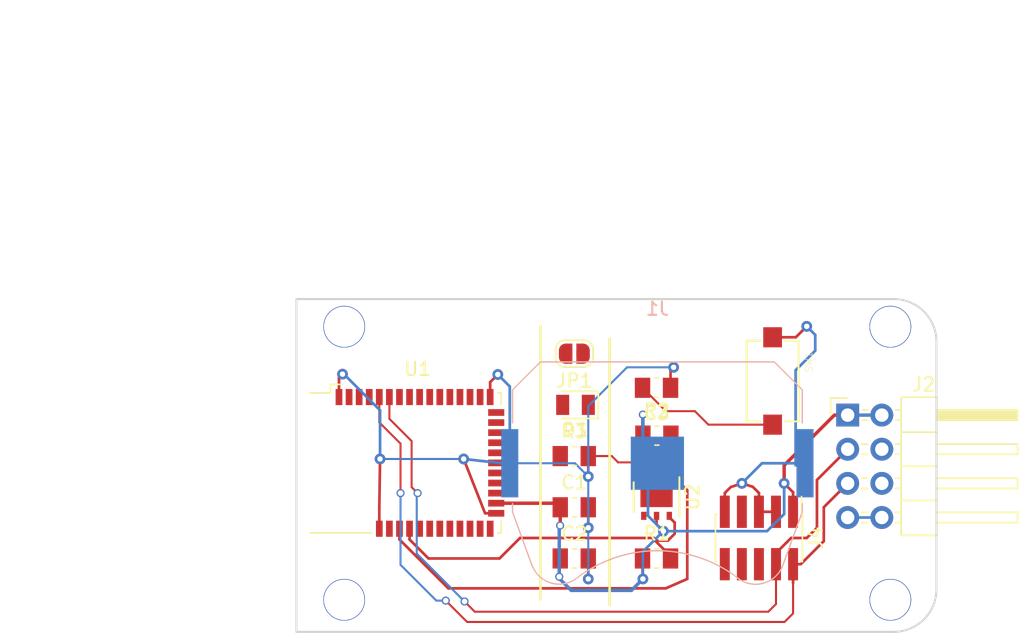
<source format=kicad_pcb>
(kicad_pcb (version 20171130) (host pcbnew "(5.0.0-rc2-dev-96-g5bbb4489b)")

  (general
    (thickness 1.6)
    (drawings 10)
    (tracks 169)
    (zones 0)
    (modules 14)
    (nets 44)
  )

  (page A4)
  (layers
    (0 F.Cu signal)
    (31 B.Cu signal)
    (32 B.Adhes user)
    (33 F.Adhes user)
    (34 B.Paste user)
    (35 F.Paste user)
    (36 B.SilkS user)
    (37 F.SilkS user)
    (38 B.Mask user)
    (39 F.Mask user)
    (40 Dwgs.User user)
    (41 Cmts.User user)
    (42 Eco1.User user)
    (43 Eco2.User user)
    (44 Edge.Cuts user)
    (45 Margin user)
    (46 B.CrtYd user)
    (47 F.CrtYd user)
    (48 B.Fab user)
    (49 F.Fab user)
  )

  (setup
    (last_trace_width 0.1524)
    (trace_clearance 0.2)
    (zone_clearance 0.508)
    (zone_45_only yes)
    (trace_min 0.15)
    (segment_width 0.2)
    (edge_width 0.2)
    (via_size 0.6)
    (via_drill 0.4)
    (via_min_size 0.15)
    (via_min_drill 0.3)
    (uvia_size 0.3)
    (uvia_drill 0.1)
    (uvias_allowed no)
    (uvia_min_size 0.2)
    (uvia_min_drill 0.1)
    (pcb_text_width 0.3)
    (pcb_text_size 1.5 1.5)
    (mod_edge_width 0.15)
    (mod_text_size 1 1)
    (mod_text_width 0.15)
    (pad_size 1.5 2.4)
    (pad_drill 0)
    (pad_to_mask_clearance 0.2)
    (aux_axis_origin 129.794734 107.797098)
    (visible_elements 7EF9BE1F)
    (pcbplotparams
      (layerselection 0x010fc_ffffffff)
      (usegerberextensions false)
      (usegerberattributes false)
      (usegerberadvancedattributes false)
      (creategerberjobfile false)
      (excludeedgelayer true)
      (linewidth 0.100000)
      (plotframeref false)
      (viasonmask false)
      (mode 1)
      (useauxorigin false)
      (hpglpennumber 1)
      (hpglpenspeed 20)
      (hpglpendiameter 15)
      (psnegative false)
      (psa4output false)
      (plotreference true)
      (plotvalue true)
      (plotinvisibletext false)
      (padsonsilk false)
      (subtractmaskfromsilk false)
      (outputformat 1)
      (mirror false)
      (drillshape 1)
      (scaleselection 1)
      (outputdirectory ""))
  )

  (net 0 "")
  (net 1 VCC)
  (net 2 SCL)
  (net 3 SDA)
  (net 4 GND)
  (net 5 BUTTON_0)
  (net 6 "Net-(D1-Pad1)")
  (net 7 "Net-(D1-Pad2)")
  (net 8 SIO_25-SPI_CLK)
  (net 9 RESET)
  (net 10 SWDCLK)
  (net 11 SWDIO-TMS)
  (net 12 SIO_05)
  (net 13 SIO_12-SFLASH_CS)
  (net 14 SIO_11)
  (net 15 NFC2-SIO_10)
  (net 16 NFC2-SIO_09)
  (net 17 LED_0)
  (net 18 SIO_28-AIN4)
  (net 19 SIO_29-AIN5)
  (net 20 SIO_30-AIN6)
  (net 21 SIO_31-AIN7)
  (net 22 SIO_19)
  (net 23 SIO_17)
  (net 24 SIO_15)
  (net 25 SIO_13-NAutoRUN)
  (net 26 SIO_00)
  (net 27 SIO_04)
  (net 28 SIO_24-SPI_MISO)
  (net 29 SIO_23-SPI_MOSI)
  (net 30 SIO_22)
  (net 31 SIO_20-SFLASH_MOSI)
  (net 32 SIO_18)
  (net 33 SIO_16-SFLASH_CLK)
  (net 34 SIO_07)
  (net 35 "Net-(U2-Pad3)")
  (net 36 "Net-(U2-Pad4)")
  (net 37 SIO_14-SFLASH_MOSI)
  (net 38 "Net-(J4-Pad7)")
  (net 39 "Net-(J4-Pad8)")
  (net 40 SIO_01)
  (net 41 SERIAL_RX)
  (net 42 SERIAL_TX)
  (net 43 "Net-(U2-Pad7)")

  (net_class Default "This is the default net class."
    (clearance 0.2)
    (trace_width 0.1524)
    (via_dia 0.6)
    (via_drill 0.4)
    (uvia_dia 0.3)
    (uvia_drill 0.1)
    (add_net BUTTON_0)
    (add_net GND)
    (add_net LED_0)
    (add_net NFC2-SIO_09)
    (add_net NFC2-SIO_10)
    (add_net "Net-(D1-Pad1)")
    (add_net "Net-(D1-Pad2)")
    (add_net "Net-(J4-Pad7)")
    (add_net "Net-(J4-Pad8)")
    (add_net "Net-(U2-Pad3)")
    (add_net "Net-(U2-Pad4)")
    (add_net "Net-(U2-Pad7)")
    (add_net RESET)
    (add_net SCL)
    (add_net SDA)
    (add_net SERIAL_RX)
    (add_net SERIAL_TX)
    (add_net SIO_00)
    (add_net SIO_01)
    (add_net SIO_04)
    (add_net SIO_05)
    (add_net SIO_07)
    (add_net SIO_11)
    (add_net SIO_12-SFLASH_CS)
    (add_net SIO_13-NAutoRUN)
    (add_net SIO_14-SFLASH_MOSI)
    (add_net SIO_15)
    (add_net SIO_16-SFLASH_CLK)
    (add_net SIO_17)
    (add_net SIO_18)
    (add_net SIO_19)
    (add_net SIO_20-SFLASH_MOSI)
    (add_net SIO_22)
    (add_net SIO_23-SPI_MOSI)
    (add_net SIO_24-SPI_MISO)
    (add_net SIO_25-SPI_CLK)
    (add_net SIO_28-AIN4)
    (add_net SIO_29-AIN5)
    (add_net SIO_30-AIN6)
    (add_net SIO_31-AIN7)
    (add_net SWDCLK)
    (add_net SWDIO-TMS)
  )

  (net_class Power ""
    (clearance 0.25)
    (trace_width 0.254)
    (via_dia 0.6)
    (via_drill 0.4)
    (uvia_dia 0.3)
    (uvia_drill 0.1)
    (add_net VCC)
  )

  (module Jumper:SolderJumper-2_P1.3mm_Open_RoundedPad1.0x1.5mm (layer F.Cu) (tedit 5ADA1979) (tstamp 5B542878)
    (at 150.476734 87.096098)
    (descr "SMD Solder Jumper, 1x1.5mm, rounded Pads, 0.3mm gap, open")
    (tags "solder jumper open")
    (path /5ADAE2FE/5ADE26E0)
    (attr virtual)
    (fp_text reference JP1 (at 0 2.006883) (layer F.SilkS)
      (effects (font (size 1 1) (thickness 0.15)))
    )
    (fp_text value SolderJumper_2_Open (at 0 1.9) (layer F.Fab)
      (effects (font (size 1 1) (thickness 0.15)))
    )
    (fp_line (start 1.65 1.25) (end -1.65 1.25) (layer F.CrtYd) (width 0.05))
    (fp_line (start 1.65 1.25) (end 1.65 -1.25) (layer F.CrtYd) (width 0.05))
    (fp_line (start -1.65 -1.25) (end -1.65 1.25) (layer F.CrtYd) (width 0.05))
    (fp_line (start -1.65 -1.25) (end 1.65 -1.25) (layer F.CrtYd) (width 0.05))
    (fp_line (start -0.7 -1) (end 0.7 -1) (layer F.SilkS) (width 0.12))
    (fp_line (start 1.4 -0.3) (end 1.4 0.3) (layer F.SilkS) (width 0.12))
    (fp_line (start 0.7 1) (end -0.7 1) (layer F.SilkS) (width 0.12))
    (fp_line (start -1.4 0.3) (end -1.4 -0.3) (layer F.SilkS) (width 0.12))
    (fp_arc (start -0.7 -0.3) (end -0.7 -1) (angle -90) (layer F.SilkS) (width 0.12))
    (fp_arc (start -0.7 0.3) (end -1.4 0.3) (angle -90) (layer F.SilkS) (width 0.12))
    (fp_arc (start 0.7 0.3) (end 0.7 1) (angle -90) (layer F.SilkS) (width 0.12))
    (fp_arc (start 0.7 -0.3) (end 1.4 -0.3) (angle -90) (layer F.SilkS) (width 0.12))
    (pad "" smd rect (at 0.4 0) (size 0.5 1.5) (layers F.Cu F.Mask))
    (pad "" smd rect (at -0.4 0) (size 0.5 1.5) (layers F.Cu F.Mask))
    (pad 1 smd roundrect (at -0.65 0) (size 1 1.5) (layers F.Cu F.Mask)(roundrect_rratio 0.5)
      (net 7 "Net-(D1-Pad2)"))
    (pad 2 smd roundrect (at 0.65 0) (size 1 1.5) (layers F.Cu F.Mask)(roundrect_rratio 0.5)
      (net 17 LED_0))
  )

  (module _Project:SW_SMD_60X3.8 (layer F.Cu) (tedit 57737820) (tstamp 5B54277D)
    (at 165.227734 89.128098 270)
    (descr "Light Touch Switch")
    (path /5ADAE2FE/5ADE914B)
    (attr smd)
    (fp_text reference SW1 (at -1.408 -2.7 270) (layer F.SilkS)
      (effects (font (size 0.5 0.5) (thickness 0.04)))
    )
    (fp_text value SW_Push (at -0.381 2.921 270) (layer F.Fab)
      (effects (font (size 0.5 0.5) (thickness 0.04)))
    )
    (fp_line (start -4.2291 2.0701) (end 4.2291 2.0701) (layer F.CrtYd) (width 0.05))
    (fp_line (start 4.2291 -2.0828) (end 4.2291 2.0701) (layer F.CrtYd) (width 0.04))
    (fp_line (start -4.2291 -2.0828) (end 4.2291 -2.0828) (layer F.CrtYd) (width 0.05))
    (fp_line (start -4.2291 -2.0828) (end -4.2291 2.0701) (layer F.CrtYd) (width 0.04))
    (fp_line (start 3.0226 0.9398) (end 3.0226 1.9304) (layer F.SilkS) (width 0.1524))
    (fp_line (start -2.9972 0.9398) (end -2.9972 1.9304) (layer F.SilkS) (width 0.1524))
    (fp_line (start -2.9972 1.9304) (end 3.0226 1.9304) (layer F.SilkS) (width 0.1524))
    (fp_line (start -3.0099 -1.9304) (end 3.0099 -1.9304) (layer F.SilkS) (width 0.1524))
    (fp_line (start 3.0099 -1.9304) (end 3.0099 -0.9398) (layer F.SilkS) (width 0.1524))
    (fp_line (start -3.0099 -1.9304) (end -3.0099 -0.9398) (layer F.SilkS) (width 0.1524))
    (fp_line (start -0.381 0) (end 0.381 0) (layer F.CrtYd) (width 0.05))
    (fp_line (start 0 -0.381) (end 0 0.381) (layer F.CrtYd) (width 0.05))
    (pad 2 smd rect (at 3.2512 0 270) (size 1.4986 1.397) (layers F.Cu F.Paste F.Mask)
      (net 5 BUTTON_0))
    (pad 1 smd rect (at -3.2512 0 270) (size 1.4986 1.397) (layers F.Cu F.Paste F.Mask)
      (net 4 GND))
    (model ${KIPRJMOD}/packages3d/sw_smd_6.0x3.8.wrl
      (at (xyz 0 0 0))
      (scale (xyz 1 1 1))
      (rotate (xyz 0 0 90))
    )
    (model ${KIPRJMOD}/libs/3d/sw_smd_6.0x3.8.wrl
      (at (xyz 0 0 0))
      (scale (xyz 1 1 1))
      (rotate (xyz 0 0 90))
    )
  )

  (module Battery_Holders:Keystone_3034_1x20mm-CoinCell (layer B.Cu) (tedit 595D9565) (tstamp 5B4750BE)
    (at 156.655 95.25 180)
    (descr "Keystone 3034 SMD battery holder for 2020, 2025 and 2032 coincell batteries. http://www.keyelco.com/product-pdf.cfm?p=798")
    (tags "Keystone type 3034 coin cell retainer")
    (path /5A9F3809)
    (attr smd)
    (fp_text reference J1 (at 0 11.5 180) (layer B.SilkS)
      (effects (font (size 1 1) (thickness 0.15)) (justify mirror))
    )
    (fp_text value Conn_01x02 (at 0 -11.5 180) (layer B.Fab)
      (effects (font (size 1 1) (thickness 0.15)) (justify mirror))
    )
    (fp_line (start 11.87 -2.79) (end 11.87 2.79) (layer B.CrtYd) (width 0.05))
    (fp_line (start 10.88 -2.79) (end 11.87 -2.79) (layer B.CrtYd) (width 0.05))
    (fp_line (start 10.88 -3.64) (end 10.88 -2.79) (layer B.CrtYd) (width 0.05))
    (fp_line (start 9.43 -7.63) (end 10.88 -3.64) (layer B.CrtYd) (width 0.05))
    (fp_arc (start 7.31 -6.85) (end 5.96 -8.64) (angle 106.9) (layer B.CrtYd) (width 0.05))
    (fp_arc (start 0 0) (end -5.96 -8.64) (angle 69.1) (layer B.CrtYd) (width 0.05))
    (fp_arc (start -7.31 -6.85) (end -9.43 -7.62) (angle 106.9) (layer B.CrtYd) (width 0.05))
    (fp_line (start -10.88 -3.64) (end -9.44 -7.62) (layer B.CrtYd) (width 0.05))
    (fp_line (start -10.88 -2.79) (end -10.88 -3.64) (layer B.CrtYd) (width 0.05))
    (fp_line (start -11.87 -2.79) (end -10.88 -2.79) (layer B.CrtYd) (width 0.05))
    (fp_line (start -11.87 2.79) (end -11.87 -2.79) (layer B.CrtYd) (width 0.05))
    (fp_line (start -10.88 2.79) (end -11.87 2.79) (layer B.CrtYd) (width 0.05))
    (fp_line (start -10.88 5.5) (end -10.88 2.79) (layer B.CrtYd) (width 0.05))
    (fp_line (start -8.74 7.64) (end -10.88 5.5) (layer B.CrtYd) (width 0.05))
    (fp_line (start -7.2 7.64) (end -8.74 7.64) (layer B.CrtYd) (width 0.05))
    (fp_arc (start 0 0) (end 7.2 7.64) (angle 86.6) (layer B.CrtYd) (width 0.05))
    (fp_line (start 8.74 7.64) (end 7.2 7.64) (layer B.CrtYd) (width 0.05))
    (fp_line (start 10.88 5.5) (end 8.74 7.64) (layer B.CrtYd) (width 0.05))
    (fp_line (start 10.88 2.79) (end 10.88 5.5) (layer B.CrtYd) (width 0.05))
    (fp_line (start 11.87 2.79) (end 10.88 2.79) (layer B.CrtYd) (width 0.05))
    (fp_arc (start -7.31 -6.85) (end -9.19 -7.53) (angle 107.5) (layer B.Fab) (width 0.1))
    (fp_arc (start 0 -16.36) (end 6.1 -8.43) (angle 75.1) (layer B.Fab) (width 0.1))
    (fp_arc (start 7.31 -6.85) (end 6.1 -8.43) (angle 107.5) (layer B.Fab) (width 0.1))
    (fp_line (start 10.63 -3.6) (end 9.19 -7.53) (layer B.Fab) (width 0.1))
    (fp_line (start 10.63 5.4) (end 10.63 -3.6) (layer B.Fab) (width 0.1))
    (fp_line (start 8.64 7.39) (end 10.63 5.4) (layer B.Fab) (width 0.1))
    (fp_line (start -8.64 7.39) (end 8.64 7.39) (layer B.Fab) (width 0.1))
    (fp_line (start -10.63 5.4) (end -8.64 7.39) (layer B.Fab) (width 0.1))
    (fp_line (start -10.63 -3.6) (end -10.63 5.4) (layer B.Fab) (width 0.1))
    (fp_line (start -9.19 -7.53) (end -10.63 -3.6) (layer B.Fab) (width 0.1))
    (fp_line (start 10.78 -3) (end 10.78 -3.63) (layer B.SilkS) (width 0.1))
    (fp_line (start 10.78 5.46) (end 10.78 3) (layer B.SilkS) (width 0.1))
    (fp_line (start -10.78 -3) (end -10.78 -3.63) (layer B.SilkS) (width 0.1))
    (fp_line (start -10.78 5.46) (end -10.78 3) (layer B.SilkS) (width 0.1))
    (fp_arc (start 7.31 -6.85) (end 6 -8.55) (angle 107.5) (layer B.SilkS) (width 0.1))
    (fp_line (start 10.78 -3.63) (end 9.34 -7.58) (layer B.SilkS) (width 0.1))
    (fp_line (start 8.7 7.54) (end 10.78 5.46) (layer B.SilkS) (width 0.1))
    (fp_line (start 8.7 7.54) (end -8.7 7.54) (layer B.SilkS) (width 0.1))
    (fp_line (start -8.7 7.54) (end -10.78 5.46) (layer B.SilkS) (width 0.1))
    (fp_line (start -10.78 -3.63) (end -9.34 -7.58) (layer B.SilkS) (width 0.1))
    (fp_arc (start -7.31 -6.85) (end -9.34 -7.58) (angle 107.5) (layer B.SilkS) (width 0.1))
    (fp_arc (start 0 -16.36) (end 6 -8.55) (angle 75.1) (layer B.SilkS) (width 0.1))
    (fp_circle (center 0 0) (end 0 -10.25) (layer Dwgs.User) (width 0.15))
    (fp_text user %R (at 0 2.9 180) (layer B.Fab)
      (effects (font (size 1 1) (thickness 0.15)) (justify mirror))
    )
    (pad 1 smd rect (at -10.985 0 180) (size 1.27 5.08) (layers B.Cu B.Paste B.Mask)
      (net 4 GND))
    (pad 1 smd rect (at 10.985 0 180) (size 1.27 5.08) (layers B.Cu B.Paste B.Mask)
      (net 4 GND))
    (pad 2 smd rect (at 0 0 180) (size 3.96 3.96) (layers B.Cu B.Paste B.Mask)
      (net 1 VCC))
    (model ${KISYS3DMOD}/Battery_Holders.3dshapes/Keystone_3034_1x20mm-CoinCell.wrl
      (at (xyz 0 0 0))
      (scale (xyz 1 1 1))
      (rotate (xyz 0 0 0))
    )
  )

  (module Connector_PinHeader_2.54mm:PinHeader_2x04_P2.54mm_Horizontal (layer F.Cu) (tedit 59FED5CB) (tstamp 5B542695)
    (at 170.815734 91.668098)
    (descr "Through hole angled pin header, 2x04, 2.54mm pitch, 6mm pin length, double rows")
    (tags "Through hole angled pin header THT 2x04 2.54mm double row")
    (path /5ADAE2FE/5AE14241)
    (fp_text reference J2 (at 5.655 -2.27) (layer F.SilkS)
      (effects (font (size 1 1) (thickness 0.15)))
    )
    (fp_text value Conn_02x04_Odd_Even (at 5.655 9.89) (layer F.Fab)
      (effects (font (size 1 1) (thickness 0.15)))
    )
    (fp_line (start 4.675 -1.27) (end 6.58 -1.27) (layer F.Fab) (width 0.1))
    (fp_line (start 6.58 -1.27) (end 6.58 8.89) (layer F.Fab) (width 0.1))
    (fp_line (start 6.58 8.89) (end 4.04 8.89) (layer F.Fab) (width 0.1))
    (fp_line (start 4.04 8.89) (end 4.04 -0.635) (layer F.Fab) (width 0.1))
    (fp_line (start 4.04 -0.635) (end 4.675 -1.27) (layer F.Fab) (width 0.1))
    (fp_line (start -0.32 -0.32) (end 4.04 -0.32) (layer F.Fab) (width 0.1))
    (fp_line (start -0.32 -0.32) (end -0.32 0.32) (layer F.Fab) (width 0.1))
    (fp_line (start -0.32 0.32) (end 4.04 0.32) (layer F.Fab) (width 0.1))
    (fp_line (start 6.58 -0.32) (end 12.58 -0.32) (layer F.Fab) (width 0.1))
    (fp_line (start 12.58 -0.32) (end 12.58 0.32) (layer F.Fab) (width 0.1))
    (fp_line (start 6.58 0.32) (end 12.58 0.32) (layer F.Fab) (width 0.1))
    (fp_line (start -0.32 2.22) (end 4.04 2.22) (layer F.Fab) (width 0.1))
    (fp_line (start -0.32 2.22) (end -0.32 2.86) (layer F.Fab) (width 0.1))
    (fp_line (start -0.32 2.86) (end 4.04 2.86) (layer F.Fab) (width 0.1))
    (fp_line (start 6.58 2.22) (end 12.58 2.22) (layer F.Fab) (width 0.1))
    (fp_line (start 12.58 2.22) (end 12.58 2.86) (layer F.Fab) (width 0.1))
    (fp_line (start 6.58 2.86) (end 12.58 2.86) (layer F.Fab) (width 0.1))
    (fp_line (start -0.32 4.76) (end 4.04 4.76) (layer F.Fab) (width 0.1))
    (fp_line (start -0.32 4.76) (end -0.32 5.4) (layer F.Fab) (width 0.1))
    (fp_line (start -0.32 5.4) (end 4.04 5.4) (layer F.Fab) (width 0.1))
    (fp_line (start 6.58 4.76) (end 12.58 4.76) (layer F.Fab) (width 0.1))
    (fp_line (start 12.58 4.76) (end 12.58 5.4) (layer F.Fab) (width 0.1))
    (fp_line (start 6.58 5.4) (end 12.58 5.4) (layer F.Fab) (width 0.1))
    (fp_line (start -0.32 7.3) (end 4.04 7.3) (layer F.Fab) (width 0.1))
    (fp_line (start -0.32 7.3) (end -0.32 7.94) (layer F.Fab) (width 0.1))
    (fp_line (start -0.32 7.94) (end 4.04 7.94) (layer F.Fab) (width 0.1))
    (fp_line (start 6.58 7.3) (end 12.58 7.3) (layer F.Fab) (width 0.1))
    (fp_line (start 12.58 7.3) (end 12.58 7.94) (layer F.Fab) (width 0.1))
    (fp_line (start 6.58 7.94) (end 12.58 7.94) (layer F.Fab) (width 0.1))
    (fp_line (start 3.98 -1.33) (end 3.98 8.95) (layer F.SilkS) (width 0.12))
    (fp_line (start 3.98 8.95) (end 6.64 8.95) (layer F.SilkS) (width 0.12))
    (fp_line (start 6.64 8.95) (end 6.64 -1.33) (layer F.SilkS) (width 0.12))
    (fp_line (start 6.64 -1.33) (end 3.98 -1.33) (layer F.SilkS) (width 0.12))
    (fp_line (start 6.64 -0.38) (end 12.64 -0.38) (layer F.SilkS) (width 0.12))
    (fp_line (start 12.64 -0.38) (end 12.64 0.38) (layer F.SilkS) (width 0.12))
    (fp_line (start 12.64 0.38) (end 6.64 0.38) (layer F.SilkS) (width 0.12))
    (fp_line (start 6.64 -0.32) (end 12.64 -0.32) (layer F.SilkS) (width 0.12))
    (fp_line (start 6.64 -0.2) (end 12.64 -0.2) (layer F.SilkS) (width 0.12))
    (fp_line (start 6.64 -0.08) (end 12.64 -0.08) (layer F.SilkS) (width 0.12))
    (fp_line (start 6.64 0.04) (end 12.64 0.04) (layer F.SilkS) (width 0.12))
    (fp_line (start 6.64 0.16) (end 12.64 0.16) (layer F.SilkS) (width 0.12))
    (fp_line (start 6.64 0.28) (end 12.64 0.28) (layer F.SilkS) (width 0.12))
    (fp_line (start 3.582929 -0.38) (end 3.98 -0.38) (layer F.SilkS) (width 0.12))
    (fp_line (start 3.582929 0.38) (end 3.98 0.38) (layer F.SilkS) (width 0.12))
    (fp_line (start 1.11 -0.38) (end 1.497071 -0.38) (layer F.SilkS) (width 0.12))
    (fp_line (start 1.11 0.38) (end 1.497071 0.38) (layer F.SilkS) (width 0.12))
    (fp_line (start 3.98 1.27) (end 6.64 1.27) (layer F.SilkS) (width 0.12))
    (fp_line (start 6.64 2.16) (end 12.64 2.16) (layer F.SilkS) (width 0.12))
    (fp_line (start 12.64 2.16) (end 12.64 2.92) (layer F.SilkS) (width 0.12))
    (fp_line (start 12.64 2.92) (end 6.64 2.92) (layer F.SilkS) (width 0.12))
    (fp_line (start 3.582929 2.16) (end 3.98 2.16) (layer F.SilkS) (width 0.12))
    (fp_line (start 3.582929 2.92) (end 3.98 2.92) (layer F.SilkS) (width 0.12))
    (fp_line (start 1.042929 2.16) (end 1.497071 2.16) (layer F.SilkS) (width 0.12))
    (fp_line (start 1.042929 2.92) (end 1.497071 2.92) (layer F.SilkS) (width 0.12))
    (fp_line (start 3.98 3.81) (end 6.64 3.81) (layer F.SilkS) (width 0.12))
    (fp_line (start 6.64 4.7) (end 12.64 4.7) (layer F.SilkS) (width 0.12))
    (fp_line (start 12.64 4.7) (end 12.64 5.46) (layer F.SilkS) (width 0.12))
    (fp_line (start 12.64 5.46) (end 6.64 5.46) (layer F.SilkS) (width 0.12))
    (fp_line (start 3.582929 4.7) (end 3.98 4.7) (layer F.SilkS) (width 0.12))
    (fp_line (start 3.582929 5.46) (end 3.98 5.46) (layer F.SilkS) (width 0.12))
    (fp_line (start 1.042929 4.7) (end 1.497071 4.7) (layer F.SilkS) (width 0.12))
    (fp_line (start 1.042929 5.46) (end 1.497071 5.46) (layer F.SilkS) (width 0.12))
    (fp_line (start 3.98 6.35) (end 6.64 6.35) (layer F.SilkS) (width 0.12))
    (fp_line (start 6.64 7.24) (end 12.64 7.24) (layer F.SilkS) (width 0.12))
    (fp_line (start 12.64 7.24) (end 12.64 8) (layer F.SilkS) (width 0.12))
    (fp_line (start 12.64 8) (end 6.64 8) (layer F.SilkS) (width 0.12))
    (fp_line (start 3.582929 7.24) (end 3.98 7.24) (layer F.SilkS) (width 0.12))
    (fp_line (start 3.582929 8) (end 3.98 8) (layer F.SilkS) (width 0.12))
    (fp_line (start 1.042929 7.24) (end 1.497071 7.24) (layer F.SilkS) (width 0.12))
    (fp_line (start 1.042929 8) (end 1.497071 8) (layer F.SilkS) (width 0.12))
    (fp_line (start -1.27 0) (end -1.27 -1.27) (layer F.SilkS) (width 0.12))
    (fp_line (start -1.27 -1.27) (end 0 -1.27) (layer F.SilkS) (width 0.12))
    (fp_line (start -1.8 -1.8) (end -1.8 9.4) (layer F.CrtYd) (width 0.05))
    (fp_line (start -1.8 9.4) (end 13.1 9.4) (layer F.CrtYd) (width 0.05))
    (fp_line (start 13.1 9.4) (end 13.1 -1.8) (layer F.CrtYd) (width 0.05))
    (fp_line (start 13.1 -1.8) (end -1.8 -1.8) (layer F.CrtYd) (width 0.05))
    (fp_text user %R (at 5.31 3.81 90) (layer F.Fab)
      (effects (font (size 1 1) (thickness 0.15)))
    )
    (pad 1 thru_hole rect (at 0 0) (size 1.7 1.7) (drill 1) (layers *.Cu *.Mask)
      (net 1 VCC))
    (pad 2 thru_hole oval (at 2.54 0) (size 1.7 1.7) (drill 1) (layers *.Cu *.Mask)
      (net 1 VCC))
    (pad 3 thru_hole oval (at 0 2.54) (size 1.7 1.7) (drill 1) (layers *.Cu *.Mask)
      (net 10 SWDCLK))
    (pad 4 thru_hole oval (at 2.54 2.54) (size 1.7 1.7) (drill 1) (layers *.Cu *.Mask)
      (net 42 SERIAL_TX))
    (pad 5 thru_hole oval (at 0 5.08) (size 1.7 1.7) (drill 1) (layers *.Cu *.Mask)
      (net 11 SWDIO-TMS))
    (pad 6 thru_hole oval (at 2.54 5.08) (size 1.7 1.7) (drill 1) (layers *.Cu *.Mask)
      (net 41 SERIAL_RX))
    (pad 7 thru_hole oval (at 0 7.62) (size 1.7 1.7) (drill 1) (layers *.Cu *.Mask)
      (net 4 GND))
    (pad 8 thru_hole oval (at 2.54 7.62) (size 1.7 1.7) (drill 1) (layers *.Cu *.Mask)
      (net 4 GND))
    (model ${KISYS3DMOD}/Connector_PinHeader_2.54mm.3dshapes/PinHeader_2x04_P2.54mm_Horizontal.wrl
      (at (xyz 0 0 0))
      (scale (xyz 1 1 1))
      (rotate (xyz 0 0 0))
    )
  )

  (module Package_SON:Texas_PWSON-N6 (layer F.Cu) (tedit 5ADE6CF0) (tstamp 5B542ABE)
    (at 156.591734 97.764098 270)
    (descr "Plastic Small Outline No-Lead http://www.ti.com/lit/ml/mpds176e/mpds176e.pdf")
    (tags "Plastic Small Outline No-Lead")
    (path /5ADAE2FE/5ADE26D1)
    (attr smd)
    (fp_text reference U2 (at 0 -2.67 270) (layer F.SilkS)
      (effects (font (size 1 1) (thickness 0.15)))
    )
    (fp_text value HDC1080 (at 0 2.725 270) (layer F.Fab)
      (effects (font (size 1 1) (thickness 0.15)))
    )
    (fp_line (start 1.475 -1.7) (end -1.475 -1.7) (layer F.SilkS) (width 0.15))
    (fp_line (start 1.1 1.7) (end -1.1 1.7) (layer F.SilkS) (width 0.15))
    (fp_line (start 1.475 -1.5) (end -0.825 -1.5) (layer F.Fab) (width 0.15))
    (fp_line (start -1.475 1.5) (end -1.475 -0.75) (layer F.Fab) (width 0.15))
    (fp_line (start -1.475 -0.75) (end -0.825 -1.5) (layer F.Fab) (width 0.15))
    (fp_line (start 1.98 1.85) (end 1.98 -1.85) (layer F.CrtYd) (width 0.05))
    (fp_line (start -1.98 1.85) (end 1.98 1.85) (layer F.CrtYd) (width 0.05))
    (fp_line (start -1.98 1.85) (end -1.98 -1.85) (layer F.CrtYd) (width 0.05))
    (fp_line (start -1.98 -1.86) (end 1.98 -1.86) (layer F.CrtYd) (width 0.05))
    (fp_text user %R (at 0 0 270) (layer F.Fab)
      (effects (font (size 0.5 0.5) (thickness 0.1)))
    )
    (fp_line (start 1.475 1.5) (end -1.475 1.5) (layer F.Fab) (width 0.15))
    (fp_line (start 1.475 -1.5) (end 1.475 1.5) (layer F.Fab) (width 0.15))
    (pad 7 smd rect (at 0 0 270) (size 1.5 2.4) (layers F.Cu F.Paste F.Mask)
      (net 43 "Net-(U2-Pad7)"))
    (pad 1 smd rect (at -1.4 -0.95 270) (size 0.6 0.4) (layers F.Cu F.Paste F.Mask)
      (net 3 SDA))
    (pad 2 smd rect (at -1.4 0 270) (size 0.6 0.4) (layers F.Cu F.Paste F.Mask)
      (net 4 GND))
    (pad 3 smd rect (at -1.4 0.95 270) (size 0.6 0.4) (layers F.Cu F.Paste F.Mask)
      (net 35 "Net-(U2-Pad3)"))
    (pad 4 smd rect (at 1.4 0.95 270) (size 0.6 0.4) (layers F.Cu F.Paste F.Mask)
      (net 36 "Net-(U2-Pad4)"))
    (pad 5 smd rect (at 1.4 0 270) (size 0.6 0.4) (layers F.Cu F.Paste F.Mask)
      (net 1 VCC))
    (pad 6 smd rect (at 1.4 -0.95 270) (size 0.6 0.4) (layers F.Cu F.Paste F.Mask)
      (net 2 SCL))
    (model ${KISYS3DMOD}/Package_SON.3dshapes/Texas_PWSON-N6.wrl
      (at (xyz 0 0 0))
      (scale (xyz 1 1 1))
      (rotate (xyz 0 0 0))
    )
    (model ${KIPRJMOD}/libs/3d/hdc1080.wrl
      (at (xyz 0 0 0))
      (scale (xyz 1 1 1))
      (rotate (xyz 0 0 -90))
    )
  )

  (module Capacitor_SMD:C_0805_2012Metric_Pad1.15x1.50mm_HandSolder (layer F.Cu) (tedit 59FE48B8) (tstamp 5B5428E4)
    (at 150.469234 98.526098)
    (descr "Capacitor SMD 0805 (2012 Metric), square (rectangular) end terminal, IPC_7351 nominal with elongated pad for handsoldering. (Body size source: http://www.tortai-tech.com/upload/download/2011102023233369053.pdf), generated with kicad-footprint-generator")
    (tags "capacitor handsolder")
    (path /5AD7EE1A/5ADA9481)
    (attr smd)
    (fp_text reference C1 (at 0 -1.85) (layer F.SilkS)
      (effects (font (size 1 1) (thickness 0.15)))
    )
    (fp_text value "0.1uF, 16V" (at 0 1.85) (layer F.Fab)
      (effects (font (size 1 1) (thickness 0.15)))
    )
    (fp_line (start -1 0.6) (end -1 -0.6) (layer F.Fab) (width 0.1))
    (fp_line (start -1 -0.6) (end 1 -0.6) (layer F.Fab) (width 0.1))
    (fp_line (start 1 -0.6) (end 1 0.6) (layer F.Fab) (width 0.1))
    (fp_line (start 1 0.6) (end -1 0.6) (layer F.Fab) (width 0.1))
    (fp_line (start -0.15 -0.71) (end 0.15 -0.71) (layer F.SilkS) (width 0.12))
    (fp_line (start -0.15 0.71) (end 0.15 0.71) (layer F.SilkS) (width 0.12))
    (fp_line (start -1.86 1) (end -1.86 -1) (layer F.CrtYd) (width 0.05))
    (fp_line (start -1.86 -1) (end 1.86 -1) (layer F.CrtYd) (width 0.05))
    (fp_line (start 1.86 -1) (end 1.86 1) (layer F.CrtYd) (width 0.05))
    (fp_line (start 1.86 1) (end -1.86 1) (layer F.CrtYd) (width 0.05))
    (fp_text user %R (at 0 0) (layer F.Fab)
      (effects (font (size 0.5 0.5) (thickness 0.08)))
    )
    (pad 1 smd rect (at -1.0425 0) (size 1.145 1.5) (layers F.Cu F.Paste F.Mask)
      (net 1 VCC))
    (pad 2 smd rect (at 1.0425 0) (size 1.145 1.5) (layers F.Cu F.Paste F.Mask)
      (net 4 GND))
    (model ${KISYS3DMOD}/Capacitor_SMD.3dshapes/C_0805_2012Metric.wrl
      (at (xyz 0 0 0))
      (scale (xyz 1 1 1))
      (rotate (xyz 0 0 0))
    )
  )

  (module Capacitor_SMD:C_0805_2012Metric_Pad1.15x1.50mm_HandSolder (layer F.Cu) (tedit 59FE48B8) (tstamp 5B5427E5)
    (at 150.469234 102.336098)
    (descr "Capacitor SMD 0805 (2012 Metric), square (rectangular) end terminal, IPC_7351 nominal with elongated pad for handsoldering. (Body size source: http://www.tortai-tech.com/upload/download/2011102023233369053.pdf), generated with kicad-footprint-generator")
    (tags "capacitor handsolder")
    (path /5ADAE2FE/5ADE2697)
    (attr smd)
    (fp_text reference C2 (at 0 -1.85) (layer F.SilkS)
      (effects (font (size 1 1) (thickness 0.15)))
    )
    (fp_text value 100nF (at 0 1.85) (layer F.Fab)
      (effects (font (size 1 1) (thickness 0.15)))
    )
    (fp_text user %R (at 0 0) (layer F.Fab)
      (effects (font (size 0.5 0.5) (thickness 0.08)))
    )
    (fp_line (start 1.86 1) (end -1.86 1) (layer F.CrtYd) (width 0.05))
    (fp_line (start 1.86 -1) (end 1.86 1) (layer F.CrtYd) (width 0.05))
    (fp_line (start -1.86 -1) (end 1.86 -1) (layer F.CrtYd) (width 0.05))
    (fp_line (start -1.86 1) (end -1.86 -1) (layer F.CrtYd) (width 0.05))
    (fp_line (start -0.15 0.71) (end 0.15 0.71) (layer F.SilkS) (width 0.12))
    (fp_line (start -0.15 -0.71) (end 0.15 -0.71) (layer F.SilkS) (width 0.12))
    (fp_line (start 1 0.6) (end -1 0.6) (layer F.Fab) (width 0.1))
    (fp_line (start 1 -0.6) (end 1 0.6) (layer F.Fab) (width 0.1))
    (fp_line (start -1 -0.6) (end 1 -0.6) (layer F.Fab) (width 0.1))
    (fp_line (start -1 0.6) (end -1 -0.6) (layer F.Fab) (width 0.1))
    (pad 2 smd rect (at 1.0425 0) (size 1.145 1.5) (layers F.Cu F.Paste F.Mask)
      (net 4 GND))
    (pad 1 smd rect (at -1.0425 0) (size 1.145 1.5) (layers F.Cu F.Paste F.Mask)
      (net 1 VCC))
    (model ${KISYS3DMOD}/Capacitor_SMD.3dshapes/C_0805_2012Metric.wrl
      (at (xyz 0 0 0))
      (scale (xyz 1 1 1))
      (rotate (xyz 0 0 0))
    )
  )

  (module Capacitor_SMD:C_0805_2012Metric_Pad1.15x1.50mm_HandSolder (layer F.Cu) (tedit 59FE48B8) (tstamp 5B5427B5)
    (at 156.591734 89.636098)
    (descr "Capacitor SMD 0805 (2012 Metric), square (rectangular) end terminal, IPC_7351 nominal with elongated pad for handsoldering. (Body size source: http://www.tortai-tech.com/upload/download/2011102023233369053.pdf), generated with kicad-footprint-generator")
    (tags "capacitor handsolder")
    (path /5ADAE2FE/5ADE26ED)
    (attr smd)
    (fp_text reference C3 (at 0 1.8796) (layer F.SilkS)
      (effects (font (size 1 1) (thickness 0.15)))
    )
    (fp_text value 104pF (at 0 1.85) (layer F.Fab)
      (effects (font (size 1 1) (thickness 0.15)))
    )
    (fp_line (start -1 0.6) (end -1 -0.6) (layer F.Fab) (width 0.1))
    (fp_line (start -1 -0.6) (end 1 -0.6) (layer F.Fab) (width 0.1))
    (fp_line (start 1 -0.6) (end 1 0.6) (layer F.Fab) (width 0.1))
    (fp_line (start 1 0.6) (end -1 0.6) (layer F.Fab) (width 0.1))
    (fp_line (start -0.15 -0.71) (end 0.15 -0.71) (layer F.SilkS) (width 0.12))
    (fp_line (start -0.15 0.71) (end 0.15 0.71) (layer F.SilkS) (width 0.12))
    (fp_line (start -1.86 1) (end -1.86 -1) (layer F.CrtYd) (width 0.05))
    (fp_line (start -1.86 -1) (end 1.86 -1) (layer F.CrtYd) (width 0.05))
    (fp_line (start 1.86 -1) (end 1.86 1) (layer F.CrtYd) (width 0.05))
    (fp_line (start 1.86 1) (end -1.86 1) (layer F.CrtYd) (width 0.05))
    (fp_text user %R (at 0 0) (layer F.Fab)
      (effects (font (size 0.5 0.5) (thickness 0.08)))
    )
    (pad 1 smd rect (at -1.0425 0) (size 1.145 1.5) (layers F.Cu F.Paste F.Mask)
      (net 5 BUTTON_0))
    (pad 2 smd rect (at 1.0425 0) (size 1.145 1.5) (layers F.Cu F.Paste F.Mask)
      (net 4 GND))
    (model ${KISYS3DMOD}/Capacitor_SMD.3dshapes/C_0805_2012Metric.wrl
      (at (xyz 0 0 0))
      (scale (xyz 1 1 1))
      (rotate (xyz 0 0 0))
    )
  )

  (module LED_SMD:LED_0805_2012Metric (layer F.Cu) (tedit 5A00A67C) (tstamp 5B5428B0)
    (at 150.561734 90.906098 180)
    (descr "LED SMD 0805 (2012 Metric), square (rectangular) end terminal, IPC_7351 nominal, (Body size source: http://www.tortai-tech.com/upload/download/2011102023233369053.pdf), generated with kicad-footprint-generator")
    (tags diode)
    (path /5ADAE2FE/5ADE26F4)
    (attr smd)
    (fp_text reference D1 (at 0 -1.85 180) (layer F.SilkS)
      (effects (font (size 1 1) (thickness 0.15)))
    )
    (fp_text value LED (at 0 1.85 180) (layer F.Fab)
      (effects (font (size 1 1) (thickness 0.15)))
    )
    (fp_line (start 1 -0.6) (end -0.7 -0.6) (layer F.Fab) (width 0.1))
    (fp_line (start -0.7 -0.6) (end -1 -0.3) (layer F.Fab) (width 0.1))
    (fp_line (start -1 -0.3) (end -1 0.6) (layer F.Fab) (width 0.1))
    (fp_line (start -1 0.6) (end 1 0.6) (layer F.Fab) (width 0.1))
    (fp_line (start 1 0.6) (end 1 -0.6) (layer F.Fab) (width 0.1))
    (fp_line (start 1 -1.01) (end -1.7 -1.01) (layer F.SilkS) (width 0.12))
    (fp_line (start -1.7 -1.01) (end -1.7 1.01) (layer F.SilkS) (width 0.12))
    (fp_line (start -1.7 1.01) (end 1 1.01) (layer F.SilkS) (width 0.12))
    (fp_line (start -1.69 1) (end -1.69 -1) (layer F.CrtYd) (width 0.05))
    (fp_line (start -1.69 -1) (end 1.69 -1) (layer F.CrtYd) (width 0.05))
    (fp_line (start 1.69 -1) (end 1.69 1) (layer F.CrtYd) (width 0.05))
    (fp_line (start 1.69 1) (end -1.69 1) (layer F.CrtYd) (width 0.05))
    (fp_text user %R (at 0 0 180) (layer F.Fab)
      (effects (font (size 0.5 0.5) (thickness 0.08)))
    )
    (pad 1 smd rect (at -0.955 0 180) (size 0.97 1.5) (layers F.Cu F.Paste F.Mask)
      (net 6 "Net-(D1-Pad1)"))
    (pad 2 smd rect (at 0.955 0 180) (size 0.97 1.5) (layers F.Cu F.Paste F.Mask)
      (net 7 "Net-(D1-Pad2)"))
    (model ${KISYS3DMOD}/LED_SMD.3dshapes/LED_0805_2012Metric.wrl
      (at (xyz 0 0 0))
      (scale (xyz 1 1 1))
      (rotate (xyz 0 0 0))
    )
    (model ${KIPRJMOD}/libs/3d/LED_0805.wrl
      (at (xyz 0 0 0))
      (scale (xyz 1 1 1))
      (rotate (xyz 0 0 0))
    )
  )

  (module Connector_PinHeader_1.27mm:PinHeader_2x05_P1.27mm_Vertical_SMD (layer F.Cu) (tedit 59FED6E3) (tstamp 5B542970)
    (at 164.211734 100.812098 270)
    (descr "surface-mounted straight pin header, 2x05, 1.27mm pitch, double rows")
    (tags "Surface mounted pin header SMD 2x05 1.27mm double row")
    (path /5ADAE2FE/5ADE3597)
    (attr smd)
    (fp_text reference J4 (at 0 -4.235 270) (layer F.SilkS)
      (effects (font (size 1 1) (thickness 0.15)))
    )
    (fp_text value Conn_ARM_JTAG_SWD_10 (at 0 4.235 270) (layer F.Fab)
      (effects (font (size 1 1) (thickness 0.15)))
    )
    (fp_line (start 1.705 3.175) (end -1.705 3.175) (layer F.Fab) (width 0.1))
    (fp_line (start -1.27 -3.175) (end 1.705 -3.175) (layer F.Fab) (width 0.1))
    (fp_line (start -1.705 3.175) (end -1.705 -2.74) (layer F.Fab) (width 0.1))
    (fp_line (start -1.705 -2.74) (end -1.27 -3.175) (layer F.Fab) (width 0.1))
    (fp_line (start 1.705 -3.175) (end 1.705 3.175) (layer F.Fab) (width 0.1))
    (fp_line (start -1.705 -2.74) (end -2.75 -2.74) (layer F.Fab) (width 0.1))
    (fp_line (start -2.75 -2.74) (end -2.75 -2.34) (layer F.Fab) (width 0.1))
    (fp_line (start -2.75 -2.34) (end -1.705 -2.34) (layer F.Fab) (width 0.1))
    (fp_line (start 1.705 -2.74) (end 2.75 -2.74) (layer F.Fab) (width 0.1))
    (fp_line (start 2.75 -2.74) (end 2.75 -2.34) (layer F.Fab) (width 0.1))
    (fp_line (start 2.75 -2.34) (end 1.705 -2.34) (layer F.Fab) (width 0.1))
    (fp_line (start -1.705 -1.47) (end -2.75 -1.47) (layer F.Fab) (width 0.1))
    (fp_line (start -2.75 -1.47) (end -2.75 -1.07) (layer F.Fab) (width 0.1))
    (fp_line (start -2.75 -1.07) (end -1.705 -1.07) (layer F.Fab) (width 0.1))
    (fp_line (start 1.705 -1.47) (end 2.75 -1.47) (layer F.Fab) (width 0.1))
    (fp_line (start 2.75 -1.47) (end 2.75 -1.07) (layer F.Fab) (width 0.1))
    (fp_line (start 2.75 -1.07) (end 1.705 -1.07) (layer F.Fab) (width 0.1))
    (fp_line (start -1.705 -0.2) (end -2.75 -0.2) (layer F.Fab) (width 0.1))
    (fp_line (start -2.75 -0.2) (end -2.75 0.2) (layer F.Fab) (width 0.1))
    (fp_line (start -2.75 0.2) (end -1.705 0.2) (layer F.Fab) (width 0.1))
    (fp_line (start 1.705 -0.2) (end 2.75 -0.2) (layer F.Fab) (width 0.1))
    (fp_line (start 2.75 -0.2) (end 2.75 0.2) (layer F.Fab) (width 0.1))
    (fp_line (start 2.75 0.2) (end 1.705 0.2) (layer F.Fab) (width 0.1))
    (fp_line (start -1.705 1.07) (end -2.75 1.07) (layer F.Fab) (width 0.1))
    (fp_line (start -2.75 1.07) (end -2.75 1.47) (layer F.Fab) (width 0.1))
    (fp_line (start -2.75 1.47) (end -1.705 1.47) (layer F.Fab) (width 0.1))
    (fp_line (start 1.705 1.07) (end 2.75 1.07) (layer F.Fab) (width 0.1))
    (fp_line (start 2.75 1.07) (end 2.75 1.47) (layer F.Fab) (width 0.1))
    (fp_line (start 2.75 1.47) (end 1.705 1.47) (layer F.Fab) (width 0.1))
    (fp_line (start -1.705 2.34) (end -2.75 2.34) (layer F.Fab) (width 0.1))
    (fp_line (start -2.75 2.34) (end -2.75 2.74) (layer F.Fab) (width 0.1))
    (fp_line (start -2.75 2.74) (end -1.705 2.74) (layer F.Fab) (width 0.1))
    (fp_line (start 1.705 2.34) (end 2.75 2.34) (layer F.Fab) (width 0.1))
    (fp_line (start 2.75 2.34) (end 2.75 2.74) (layer F.Fab) (width 0.1))
    (fp_line (start 2.75 2.74) (end 1.705 2.74) (layer F.Fab) (width 0.1))
    (fp_line (start -1.765 -3.235) (end 1.765 -3.235) (layer F.SilkS) (width 0.12))
    (fp_line (start -1.765 3.235) (end 1.765 3.235) (layer F.SilkS) (width 0.12))
    (fp_line (start -3.09 -3.17) (end -1.765 -3.17) (layer F.SilkS) (width 0.12))
    (fp_line (start -1.765 -3.235) (end -1.765 -3.17) (layer F.SilkS) (width 0.12))
    (fp_line (start 1.765 -3.235) (end 1.765 -3.17) (layer F.SilkS) (width 0.12))
    (fp_line (start -1.765 3.17) (end -1.765 3.235) (layer F.SilkS) (width 0.12))
    (fp_line (start 1.765 3.17) (end 1.765 3.235) (layer F.SilkS) (width 0.12))
    (fp_line (start -4.3 -3.7) (end -4.3 3.7) (layer F.CrtYd) (width 0.05))
    (fp_line (start -4.3 3.7) (end 4.3 3.7) (layer F.CrtYd) (width 0.05))
    (fp_line (start 4.3 3.7) (end 4.3 -3.7) (layer F.CrtYd) (width 0.05))
    (fp_line (start 4.3 -3.7) (end -4.3 -3.7) (layer F.CrtYd) (width 0.05))
    (fp_text user %R (at 0 0) (layer F.Fab)
      (effects (font (size 1 1) (thickness 0.15)))
    )
    (pad 1 smd rect (at -1.95 -2.54 270) (size 2.4 0.74) (layers F.Cu F.Paste F.Mask)
      (net 1 VCC))
    (pad 2 smd rect (at 1.95 -2.54 270) (size 2.4 0.74) (layers F.Cu F.Paste F.Mask)
      (net 11 SWDIO-TMS))
    (pad 3 smd rect (at -1.95 -1.27 270) (size 2.4 0.74) (layers F.Cu F.Paste F.Mask)
      (net 4 GND))
    (pad 4 smd rect (at 1.95 -1.27 270) (size 2.4 0.74) (layers F.Cu F.Paste F.Mask)
      (net 10 SWDCLK))
    (pad 5 smd rect (at -1.95 0 270) (size 2.4 0.74) (layers F.Cu F.Paste F.Mask)
      (net 4 GND))
    (pad 6 smd rect (at 1.95 0 270) (size 2.4 0.74) (layers F.Cu F.Paste F.Mask)
      (net 32 SIO_18))
    (pad 7 smd rect (at -1.95 1.27 270) (size 2.4 0.74) (layers F.Cu F.Paste F.Mask)
      (net 38 "Net-(J4-Pad7)"))
    (pad 8 smd rect (at 1.95 1.27 270) (size 2.4 0.74) (layers F.Cu F.Paste F.Mask)
      (net 39 "Net-(J4-Pad8)"))
    (pad 9 smd rect (at -1.95 2.54 270) (size 2.4 0.74) (layers F.Cu F.Paste F.Mask)
      (net 4 GND))
    (pad 10 smd rect (at 1.95 2.54 270) (size 2.4 0.74) (layers F.Cu F.Paste F.Mask)
      (net 9 RESET))
    (model ${KISYS3DMOD}/Connector_PinHeader_1.27mm.3dshapes/PinHeader_2x05_P1.27mm_Vertical_SMD.wrl
      (at (xyz 0 0 0))
      (scale (xyz 1 1 1))
      (rotate (xyz 0 0 0))
    )
  )

  (module Resistor_SMD:R_0805_2012Metric_Pad1.15x1.50mm_HandSolder (layer F.Cu) (tedit 59FE48B8) (tstamp 5B542845)
    (at 156.591734 102.336098)
    (descr "Resistor SMD 0805 (2012 Metric), square (rectangular) end terminal, IPC_7351 nominal with elongated pad for handsoldering. (Body size source: http://www.tortai-tech.com/upload/download/2011102023233369053.pdf), generated with kicad-footprint-generator")
    (tags "resistor handsolder")
    (path /5ADAE2FE/5ADE26CA)
    (attr smd)
    (fp_text reference R1 (at 0 -1.85) (layer F.SilkS)
      (effects (font (size 1 1) (thickness 0.15)))
    )
    (fp_text value 5.7k (at 0 1.85) (layer F.Fab)
      (effects (font (size 1 1) (thickness 0.15)))
    )
    (fp_text user %R (at 0 0) (layer F.Fab)
      (effects (font (size 0.5 0.5) (thickness 0.08)))
    )
    (fp_line (start 1.86 1) (end -1.86 1) (layer F.CrtYd) (width 0.05))
    (fp_line (start 1.86 -1) (end 1.86 1) (layer F.CrtYd) (width 0.05))
    (fp_line (start -1.86 -1) (end 1.86 -1) (layer F.CrtYd) (width 0.05))
    (fp_line (start -1.86 1) (end -1.86 -1) (layer F.CrtYd) (width 0.05))
    (fp_line (start -0.15 0.71) (end 0.15 0.71) (layer F.SilkS) (width 0.12))
    (fp_line (start -0.15 -0.71) (end 0.15 -0.71) (layer F.SilkS) (width 0.12))
    (fp_line (start 1 0.6) (end -1 0.6) (layer F.Fab) (width 0.1))
    (fp_line (start 1 -0.6) (end 1 0.6) (layer F.Fab) (width 0.1))
    (fp_line (start -1 -0.6) (end 1 -0.6) (layer F.Fab) (width 0.1))
    (fp_line (start -1 0.6) (end -1 -0.6) (layer F.Fab) (width 0.1))
    (pad 2 smd rect (at 1.0425 0) (size 1.145 1.5) (layers F.Cu F.Paste F.Mask)
      (net 2 SCL))
    (pad 1 smd rect (at -1.0425 0) (size 1.145 1.5) (layers F.Cu F.Paste F.Mask)
      (net 1 VCC))
    (model ${KISYS3DMOD}/Resistor_SMD.3dshapes/R_0805_2012Metric.wrl
      (at (xyz 0 0 0))
      (scale (xyz 1 1 1))
      (rotate (xyz 0 0 0))
    )
  )

  (module Resistor_SMD:R_0805_2012Metric_Pad1.15x1.50mm_HandSolder (layer F.Cu) (tedit 59FE48B8) (tstamp 5B542815)
    (at 156.618234 93.192098)
    (descr "Resistor SMD 0805 (2012 Metric), square (rectangular) end terminal, IPC_7351 nominal with elongated pad for handsoldering. (Body size source: http://www.tortai-tech.com/upload/download/2011102023233369053.pdf), generated with kicad-footprint-generator")
    (tags "resistor handsolder")
    (path /5ADAE2FE/5ADE26C3)
    (attr smd)
    (fp_text reference R2 (at 0 -1.85) (layer F.SilkS)
      (effects (font (size 1 1) (thickness 0.15)))
    )
    (fp_text value 5.7k (at 0 1.85) (layer F.Fab)
      (effects (font (size 1 1) (thickness 0.15)))
    )
    (fp_line (start -1 0.6) (end -1 -0.6) (layer F.Fab) (width 0.1))
    (fp_line (start -1 -0.6) (end 1 -0.6) (layer F.Fab) (width 0.1))
    (fp_line (start 1 -0.6) (end 1 0.6) (layer F.Fab) (width 0.1))
    (fp_line (start 1 0.6) (end -1 0.6) (layer F.Fab) (width 0.1))
    (fp_line (start -0.15 -0.71) (end 0.15 -0.71) (layer F.SilkS) (width 0.12))
    (fp_line (start -0.15 0.71) (end 0.15 0.71) (layer F.SilkS) (width 0.12))
    (fp_line (start -1.86 1) (end -1.86 -1) (layer F.CrtYd) (width 0.05))
    (fp_line (start -1.86 -1) (end 1.86 -1) (layer F.CrtYd) (width 0.05))
    (fp_line (start 1.86 -1) (end 1.86 1) (layer F.CrtYd) (width 0.05))
    (fp_line (start 1.86 1) (end -1.86 1) (layer F.CrtYd) (width 0.05))
    (fp_text user %R (at 0 0) (layer F.Fab)
      (effects (font (size 0.5 0.5) (thickness 0.08)))
    )
    (pad 1 smd rect (at -1.0425 0) (size 1.145 1.5) (layers F.Cu F.Paste F.Mask)
      (net 1 VCC))
    (pad 2 smd rect (at 1.0425 0) (size 1.145 1.5) (layers F.Cu F.Paste F.Mask)
      (net 3 SDA))
    (model ${KISYS3DMOD}/Resistor_SMD.3dshapes/R_0805_2012Metric.wrl
      (at (xyz 0 0 0))
      (scale (xyz 1 1 1))
      (rotate (xyz 0 0 0))
    )
  )

  (module Resistor_SMD:R_0805_2012Metric_Pad1.15x1.50mm_HandSolder (layer F.Cu) (tedit 59FE48B8) (tstamp 5B542914)
    (at 150.469234 94.716098)
    (descr "Resistor SMD 0805 (2012 Metric), square (rectangular) end terminal, IPC_7351 nominal with elongated pad for handsoldering. (Body size source: http://www.tortai-tech.com/upload/download/2011102023233369053.pdf), generated with kicad-footprint-generator")
    (tags "resistor handsolder")
    (path /5ADAE2FE/5ADE26FB)
    (attr smd)
    (fp_text reference R3 (at 0 -1.85) (layer F.SilkS)
      (effects (font (size 1 1) (thickness 0.15)))
    )
    (fp_text value 220R (at 0 1.85) (layer F.Fab)
      (effects (font (size 1 1) (thickness 0.15)))
    )
    (fp_line (start -1 0.6) (end -1 -0.6) (layer F.Fab) (width 0.1))
    (fp_line (start -1 -0.6) (end 1 -0.6) (layer F.Fab) (width 0.1))
    (fp_line (start 1 -0.6) (end 1 0.6) (layer F.Fab) (width 0.1))
    (fp_line (start 1 0.6) (end -1 0.6) (layer F.Fab) (width 0.1))
    (fp_line (start -0.15 -0.71) (end 0.15 -0.71) (layer F.SilkS) (width 0.12))
    (fp_line (start -0.15 0.71) (end 0.15 0.71) (layer F.SilkS) (width 0.12))
    (fp_line (start -1.86 1) (end -1.86 -1) (layer F.CrtYd) (width 0.05))
    (fp_line (start -1.86 -1) (end 1.86 -1) (layer F.CrtYd) (width 0.05))
    (fp_line (start 1.86 -1) (end 1.86 1) (layer F.CrtYd) (width 0.05))
    (fp_line (start 1.86 1) (end -1.86 1) (layer F.CrtYd) (width 0.05))
    (fp_text user %R (at 0 0) (layer F.Fab)
      (effects (font (size 0.5 0.5) (thickness 0.08)))
    )
    (pad 1 smd rect (at -1.0425 0) (size 1.145 1.5) (layers F.Cu F.Paste F.Mask)
      (net 6 "Net-(D1-Pad1)"))
    (pad 2 smd rect (at 1.0425 0) (size 1.145 1.5) (layers F.Cu F.Paste F.Mask)
      (net 4 GND))
    (model ${KISYS3DMOD}/Resistor_SMD.3dshapes/R_0805_2012Metric.wrl
      (at (xyz 0 0 0))
      (scale (xyz 1 1 1))
      (rotate (xyz 0 0 0))
    )
  )

  (module RF_Module:Laird_BL652 (layer F.Cu) (tedit 5A056D13) (tstamp 5B542A23)
    (at 138.811734 95.224098)
    (descr "Bluetooth v4.2 + NFC module")
    (tags "Bluetooth BLE NFC")
    (path /5AD7EE1A/5AD81B55)
    (attr smd)
    (fp_text reference U1 (at 0 -6.985) (layer F.SilkS)
      (effects (font (size 1 1) (thickness 0.15)))
    )
    (fp_text value BL652 (at 0 0) (layer F.Fab)
      (effects (font (size 1 1) (thickness 0.15)))
    )
    (fp_line (start -3.429 5.207) (end -8.001 5.207) (layer F.SilkS) (width 0.12))
    (fp_line (start -6.477 -5.842) (end -5.588 -5.842) (layer F.SilkS) (width 0.12))
    (fp_line (start -6.477 -5.207) (end -6.477 -5.842) (layer F.SilkS) (width 0.12))
    (fp_line (start -8.001 -5.207) (end -6.477 -5.207) (layer F.SilkS) (width 0.12))
    (fp_line (start 6.223 5.207) (end 5.969 5.207) (layer F.SilkS) (width 0.12))
    (fp_line (start 6.223 -5.207) (end 6.223 -4.318) (layer F.SilkS) (width 0.12))
    (fp_line (start 5.969 -5.207) (end 6.223 -5.207) (layer F.SilkS) (width 0.12))
    (fp_line (start 7 6) (end -8.25 6) (layer F.CrtYd) (width 0.05))
    (fp_line (start -8.25 6) (end -8.25 -6) (layer F.CrtYd) (width 0.05))
    (fp_line (start -8.25 -6) (end 7 -6) (layer F.CrtYd) (width 0.05))
    (fp_line (start 7 -6) (end 7 6) (layer F.CrtYd) (width 0.05))
    (fp_line (start 6.223 5.207) (end 6.223 4.318) (layer F.SilkS) (width 0.12))
    (fp_line (start 5.95 5) (end -8.05 5) (layer F.Fab) (width 0.1))
    (fp_line (start 5.95 -5) (end 5.95 5) (layer F.Fab) (width 0.1))
    (fp_line (start -8.05 -5) (end 5.9 -5) (layer F.Fab) (width 0.1))
    (fp_line (start -8.05 -5) (end -8.05 5) (layer F.Fab) (width 0.1))
    (fp_text user %R (at 0 -2.5) (layer F.Fab)
      (effects (font (size 1 1) (thickness 0.15)))
    )
    (pad 1 smd rect (at -5.85 -4.9 90) (size 1.2 0.5) (layers F.Cu F.Paste F.Mask)
      (net 4 GND))
    (pad 2 smd rect (at -5.1 -4.9 90) (size 1.2 0.5) (layers F.Cu F.Paste F.Mask)
      (net 28 SIO_24-SPI_MISO))
    (pad 3 smd rect (at -4.35 -4.9 90) (size 1.2 0.5) (layers F.Cu F.Paste F.Mask)
      (net 29 SIO_23-SPI_MOSI))
    (pad 4 smd rect (at -3.6 -4.9 90) (size 1.2 0.5) (layers F.Cu F.Paste F.Mask)
      (net 30 SIO_22))
    (pad 5 smd rect (at -2.85 -4.9 90) (size 1.2 0.5) (layers F.Cu F.Paste F.Mask)
      (net 11 SWDIO-TMS))
    (pad 6 smd rect (at -2.1 -4.9 90) (size 1.2 0.5) (layers F.Cu F.Paste F.Mask)
      (net 10 SWDCLK))
    (pad 7 smd rect (at -1.35 -4.9 90) (size 1.2 0.5) (layers F.Cu F.Paste F.Mask)
      (net 9 RESET))
    (pad 8 smd rect (at -0.6 -4.9 90) (size 1.2 0.5) (layers F.Cu F.Paste F.Mask)
      (net 31 SIO_20-SFLASH_MOSI))
    (pad 9 smd rect (at 0.15 -4.9 90) (size 1.2 0.5) (layers F.Cu F.Paste F.Mask)
      (net 32 SIO_18))
    (pad 10 smd rect (at 0.9 -4.9 90) (size 1.2 0.5) (layers F.Cu F.Paste F.Mask)
      (net 33 SIO_16-SFLASH_CLK))
    (pad 11 smd rect (at 1.65 -4.9 90) (size 1.2 0.5) (layers F.Cu F.Paste F.Mask)
      (net 37 SIO_14-SFLASH_MOSI))
    (pad 12 smd rect (at 2.4 -4.9 90) (size 1.2 0.5) (layers F.Cu F.Paste F.Mask)
      (net 13 SIO_12-SFLASH_CS))
    (pad 13 smd rect (at 3.15 -4.9 90) (size 1.2 0.5) (layers F.Cu F.Paste F.Mask)
      (net 14 SIO_11))
    (pad 14 smd rect (at 3.9 -4.9 90) (size 1.2 0.5) (layers F.Cu F.Paste F.Mask)
      (net 15 NFC2-SIO_10))
    (pad 15 smd rect (at 4.65 -4.9 90) (size 1.2 0.5) (layers F.Cu F.Paste F.Mask)
      (net 16 NFC2-SIO_09))
    (pad 16 smd rect (at 5.4 -4.9 90) (size 1.2 0.5) (layers F.Cu F.Paste F.Mask)
      (net 4 GND))
    (pad 17 smd rect (at 5.85 -3.75) (size 1.2 0.5) (layers F.Cu F.Paste F.Mask)
      (net 42 SERIAL_TX))
    (pad 18 smd rect (at 5.85 -3) (size 1.2 0.5) (layers F.Cu F.Paste F.Mask)
      (net 34 SIO_07))
    (pad 19 smd rect (at 5.85 -2.25) (size 1.2 0.5) (layers F.Cu F.Paste F.Mask)
      (net 41 SERIAL_RX))
    (pad 20 smd rect (at 5.85 -1.5) (size 1.2 0.5) (layers F.Cu F.Paste F.Mask)
      (net 12 SIO_05))
    (pad 21 smd rect (at 5.85 -0.75) (size 1.2 0.5) (layers F.Cu F.Paste F.Mask)
      (net 27 SIO_04))
    (pad 22 smd rect (at 5.85 0) (size 1.2 0.5) (layers F.Cu F.Paste F.Mask)
      (net 5 BUTTON_0))
    (pad 23 smd rect (at 5.85 0.75) (size 1.2 0.5) (layers F.Cu F.Paste F.Mask)
      (net 17 LED_0))
    (pad 24 smd rect (at 5.85 1.5) (size 1.2 0.5) (layers F.Cu F.Paste F.Mask)
      (net 40 SIO_01))
    (pad 25 smd rect (at 5.85 2.25) (size 1.2 0.5) (layers F.Cu F.Paste F.Mask)
      (net 26 SIO_00))
    (pad 26 smd rect (at 5.85 3) (size 1.2 0.5) (layers F.Cu F.Paste F.Mask)
      (net 1 VCC))
    (pad 27 smd rect (at 5.85 3.75) (size 1.2 0.5) (layers F.Cu F.Paste F.Mask)
      (net 4 GND))
    (pad 28 smd rect (at 5.4 4.9 90) (size 1.2 0.5) (layers F.Cu F.Paste F.Mask)
      (net 25 SIO_13-NAutoRUN))
    (pad 29 smd rect (at 4.65 4.9 90) (size 1.2 0.5) (layers F.Cu F.Paste F.Mask)
      (net 24 SIO_15))
    (pad 30 smd rect (at 3.9 4.9 90) (size 1.2 0.5) (layers F.Cu F.Paste F.Mask)
      (net 23 SIO_17))
    (pad 31 smd rect (at 3.15 4.9 90) (size 1.2 0.5) (layers F.Cu F.Paste F.Mask)
      (net 22 SIO_19))
    (pad 32 smd rect (at 2.4 4.9 90) (size 1.2 0.5) (layers F.Cu F.Paste F.Mask)
      (net 21 SIO_31-AIN7))
    (pad 33 smd rect (at 1.65 4.9 90) (size 1.2 0.5) (layers F.Cu F.Paste F.Mask)
      (net 20 SIO_30-AIN6))
    (pad 34 smd rect (at 0.9 4.9 90) (size 1.2 0.5) (layers F.Cu F.Paste F.Mask)
      (net 19 SIO_29-AIN5))
    (pad 35 smd rect (at 0.15 4.9 90) (size 1.2 0.5) (layers F.Cu F.Paste F.Mask)
      (net 18 SIO_28-AIN4))
    (pad 36 smd rect (at -0.6 4.9 90) (size 1.2 0.5) (layers F.Cu F.Paste F.Mask)
      (net 2 SCL))
    (pad 37 smd rect (at -1.35 4.9 90) (size 1.2 0.5) (layers F.Cu F.Paste F.Mask)
      (net 3 SDA))
    (pad 38 smd rect (at -2.1 4.9 90) (size 1.2 0.5) (layers F.Cu F.Paste F.Mask)
      (net 8 SIO_25-SPI_CLK))
    (pad 39 smd rect (at -2.85 4.9 90) (size 1.2 0.5) (layers F.Cu F.Paste F.Mask)
      (net 4 GND))
    (model ${KISYS3DMOD}/RF_Module.3dshapes/Laird_BL652.wrl
      (at (xyz 0 0 0))
      (scale (xyz 1 1 1))
      (rotate (xyz 0 0 0))
    )
    (model ${KIPRJMOD}/libs/3d/BL652.wrl
      (offset (xyz 6 5 0))
      (scale (xyz 1 1 1))
      (rotate (xyz 0 0 -90))
    )
  )

  (gr_line (start 174.244734 107.797098) (end 129.794734 107.797098) (layer Edge.Cuts) (width 0.15) (tstamp 5B542AA0))
  (gr_line (start 147.955734 105.384098) (end 147.955734 85.064098) (layer F.SilkS) (width 0.2) (tstamp 5B542749))
  (gr_line (start 153.0985 105.791) (end 153.0985 85.979) (layer F.SilkS) (width 0.2) (tstamp 5B54274C))
  (gr_line (start 129.794734 107.797098) (end 129.794734 83.032098) (layer Edge.Cuts) (width 0.15) (tstamp 5B5FF3EA))
  (gr_arc (start 174.244734 86.207098) (end 177.419734 86.207098) (angle -90) (layer Edge.Cuts) (width 0.15) (tstamp 5B542605))
  (gr_arc (start 174.244734 104.622098) (end 174.244734 107.797098) (angle -90) (layer Edge.Cuts) (width 0.15) (tstamp 5B542608))
  (dimension 46.736 (width 0.3) (layer F.Fab) (tstamp 5B542A9B)
    (gr_text "46.736 mm" (at 154.051734 62.632098) (layer F.Fab) (tstamp 5B542A9B)
      (effects (font (size 1.5 1.5) (thickness 0.3)))
    )
    (feature1 (pts (xy 177.419734 83.032098) (xy 177.419734 61.282098)))
    (feature2 (pts (xy 130.683734 83.032098) (xy 130.683734 61.282098)))
    (crossbar (pts (xy 130.683734 63.982098) (xy 177.419734 63.982098)))
    (arrow1a (pts (xy 177.419734 63.982098) (xy 176.29323 64.568519)))
    (arrow1b (pts (xy 177.419734 63.982098) (xy 176.29323 63.395677)))
    (arrow2a (pts (xy 130.683734 63.982098) (xy 131.810238 64.568519)))
    (arrow2b (pts (xy 130.683734 63.982098) (xy 131.810238 63.395677)))
  )
  (dimension 24.703157 (width 0.3) (layer F.Fab) (tstamp 5B542AA4)
    (gr_text "24.703 mm" (at 114.021659 95.158416 89.68447816) (layer F.Fab) (tstamp 5B542AA4)
      (effects (font (size 1.5 1.5) (thickness 0.3)))
    )
    (feature1 (pts (xy 130.044436 82.894887) (xy 112.739698 82.79959)))
    (feature2 (pts (xy 129.908399 107.597669) (xy 112.603661 107.502372)))
    (crossbar (pts (xy 115.30362 107.517241) (xy 115.439657 82.814459)))
    (arrow1a (pts (xy 115.439657 82.814459) (xy 116.019865 83.944175)))
    (arrow1b (pts (xy 115.439657 82.814459) (xy 114.847042 83.937716)))
    (arrow2a (pts (xy 115.30362 107.517241) (xy 115.896235 106.393984)))
    (arrow2b (pts (xy 115.30362 107.517241) (xy 114.723412 106.387525)))
  )
  (gr_line (start 177.419734 86.207098) (end 177.419734 104.622098) (layer Edge.Cuts) (width 0.15) (tstamp 5B5427A3))
  (gr_line (start 129.794734 83.032098) (end 174.244734 83.032098) (layer Edge.Cuts) (width 0.15) (tstamp 5B5FF3ED))

  (via (at 173.99 85.09) (size 3.1) (drill 3) (layers F.Cu B.Cu) (net 0) (tstamp 5B5FF39E))
  (via (at 173.99 105.41) (size 3.1) (drill 3) (layers F.Cu B.Cu) (net 0) (tstamp 5B5FF39C))
  (via (at 133.35 105.41) (size 3.1) (drill 3) (layers F.Cu B.Cu) (net 0) (tstamp 5B5FF397))
  (via (at 133.35 85.09) (size 3.1) (drill 3) (layers F.Cu B.Cu) (net 0))
  (segment (start 150.241 104.7115) (end 154.724332 104.7115) (width 0.254) (layer B.Cu) (net 1))
  (segment (start 154.724332 104.7115) (end 155.575734 103.860098) (width 0.254) (layer B.Cu) (net 1))
  (segment (start 149.352 103.8225) (end 150.241 104.7115) (width 0.254) (layer B.Cu) (net 1))
  (segment (start 149.352 103.6955) (end 149.352 103.8225) (width 0.254) (layer B.Cu) (net 1))
  (segment (start 149.352 103.6955) (end 149.352 102.410832) (width 0.254) (layer F.Cu) (net 1))
  (segment (start 149.352 102.410832) (end 149.426734 102.336098) (width 0.254) (layer F.Cu) (net 1))
  (segment (start 149.352 99.949) (end 149.352 103.6955) (width 0.254) (layer B.Cu) (net 1))
  (segment (start 149.4155 99.8855) (end 149.352 99.949) (width 0.254) (layer B.Cu) (net 1))
  (via (at 149.352 103.6955) (size 0.6) (drill 0.4) (layers F.Cu B.Cu) (net 1))
  (segment (start 149.426734 99.874266) (end 149.4155 99.8855) (width 0.254) (layer F.Cu) (net 1))
  (segment (start 149.426734 98.526098) (end 149.426734 99.874266) (width 0.254) (layer F.Cu) (net 1))
  (via (at 149.4155 99.8855) (size 0.6) (drill 0.4) (layers F.Cu B.Cu) (net 1))
  (segment (start 170.815734 91.668098) (end 173.355734 91.668098) (width 0.254) (layer B.Cu) (net 1))
  (segment (start 155.575 91.6305) (end 155.575 94.17) (width 0.254) (layer B.Cu) (net 1))
  (segment (start 155.575 94.17) (end 156.655 95.25) (width 0.254) (layer B.Cu) (net 1))
  (segment (start 144.661734 98.224098) (end 149.124734 98.224098) (width 0.254) (layer F.Cu) (net 1))
  (segment (start 149.124734 98.224098) (end 149.426734 98.526098) (width 0.254) (layer F.Cu) (net 1))
  (segment (start 155.575734 91.631234) (end 155.575 91.6305) (width 0.254) (layer F.Cu) (net 1))
  (segment (start 155.575734 93.192098) (end 155.575734 91.631234) (width 0.254) (layer F.Cu) (net 1))
  (via (at 155.575 91.6305) (size 0.6) (drill 0.4) (layers F.Cu B.Cu) (net 1))
  (segment (start 169.824902 91.668098) (end 166.087732 95.405268) (width 0.254) (layer F.Cu) (net 1))
  (segment (start 166.087732 95.405268) (end 166.087732 96.748098) (width 0.254) (layer F.Cu) (net 1))
  (segment (start 170.815734 91.668098) (end 169.824902 91.668098) (width 0.254) (layer F.Cu) (net 1))
  (segment (start 166.087732 96.748098) (end 166.087732 96.3961) (width 0.2) (layer F.Cu) (net 1))
  (segment (start 157.099734 100.304098) (end 164.815366 100.304098) (width 0.2) (layer B.Cu) (net 1))
  (segment (start 164.815366 100.304098) (end 166.087732 99.031732) (width 0.2) (layer B.Cu) (net 1))
  (segment (start 166.087732 96.748098) (end 166.087732 99.031732) (width 0.2) (layer B.Cu) (net 1))
  (segment (start 155.575734 103.860098) (end 155.575734 101.828098) (width 0.2) (layer B.Cu) (net 1))
  (segment (start 155.575734 101.828098) (end 157.099734 100.304098) (width 0.2) (layer B.Cu) (net 1))
  (segment (start 155.956 95.25) (end 155.956 99.160364) (width 0.2) (layer B.Cu) (net 1))
  (segment (start 155.956 99.160364) (end 157.099734 100.304098) (width 0.2) (layer B.Cu) (net 1))
  (segment (start 166.751734 97.4121) (end 166.087732 96.748098) (width 0.2) (layer F.Cu) (net 1) (tstamp 5B54262F))
  (segment (start 166.751734 97.462098) (end 166.751734 97.4121) (width 0.2) (layer F.Cu) (net 1) (tstamp 5B542638))
  (via (at 166.087732 96.748098) (size 0.8) (drill 0.4) (layers F.Cu B.Cu) (net 1) (tstamp 5B542764))
  (segment (start 166.751734 98.862098) (end 166.751734 97.462098) (width 0.2) (layer F.Cu) (net 1) (tstamp 5B54263B) (status 10))
  (segment (start 156.591734 99.796098) (end 157.099734 100.304098) (width 0.2) (layer F.Cu) (net 1) (tstamp 5B54256C))
  (segment (start 156.591734 99.164098) (end 156.591734 99.796098) (width 0.2) (layer F.Cu) (net 1) (tstamp 5B542566) (status 10))
  (via (at 157.099734 100.304098) (size 0.8) (drill 0.4) (layers F.Cu B.Cu) (net 1) (tstamp 5B5425C3))
  (segment (start 155.549234 103.833598) (end 155.575734 103.860098) (width 0.2) (layer F.Cu) (net 1) (tstamp 5B54257B))
  (segment (start 155.549234 102.336098) (end 155.549234 103.833598) (width 0.2) (layer F.Cu) (net 1) (tstamp 5B542581) (status 10))
  (via (at 155.575734 103.860098) (size 0.8) (drill 0.4) (layers F.Cu B.Cu) (net 1) (tstamp 5B5425C6))
  (segment (start 157.941734 100.498102) (end 157.435736 101.0041) (width 0.2) (layer F.Cu) (net 2) (tstamp 5B542572))
  (segment (start 156.585736 101.0041) (end 156.393734 100.812098) (width 0.2) (layer F.Cu) (net 2) (tstamp 5B54256F))
  (segment (start 157.541734 99.164098) (end 157.541734 99.264098) (width 0.2) (layer F.Cu) (net 2) (tstamp 5B542575) (status 30))
  (segment (start 157.541734 99.264098) (end 157.941734 99.664098) (width 0.2) (layer F.Cu) (net 2) (tstamp 5B542569) (status 10))
  (segment (start 157.435736 101.0041) (end 156.585736 101.0041) (width 0.2) (layer F.Cu) (net 2) (tstamp 5B54257E))
  (segment (start 157.941734 99.664098) (end 157.941734 100.498102) (width 0.2) (layer F.Cu) (net 2) (tstamp 5B542578))
  (segment (start 156.393734 100.812098) (end 156.393734 100.918098) (width 0.2) (layer F.Cu) (net 2) (tstamp 5B542587))
  (segment (start 156.393734 100.918098) (end 157.634234 102.158598) (width 0.2) (layer F.Cu) (net 2) (tstamp 5B542584) (status 20))
  (segment (start 157.634234 102.158598) (end 157.634234 102.336098) (width 0.2) (layer F.Cu) (net 2) (tstamp 5B54258A) (status 30))
  (segment (start 144.907734 102.336098) (end 139.623734 102.336098) (width 0.2) (layer F.Cu) (net 2) (tstamp 5B54259C))
  (segment (start 139.623734 102.336098) (end 138.211734 100.924098) (width 0.2) (layer F.Cu) (net 2) (tstamp 5B542596))
  (segment (start 138.211734 100.924098) (end 138.211734 100.124098) (width 0.2) (layer F.Cu) (net 2) (tstamp 5B54259F) (status 20))
  (segment (start 146.431734 100.812098) (end 144.907734 102.336098) (width 0.2) (layer F.Cu) (net 2) (tstamp 5B5425A2))
  (segment (start 156.393734 100.812098) (end 146.431734 100.812098) (width 0.2) (layer F.Cu) (net 2) (tstamp 5B542599))
  (segment (start 157.541734 96.364098) (end 157.541734 93.311098) (width 0.2) (layer F.Cu) (net 3) (tstamp 5B5425B7) (status 30))
  (segment (start 157.541734 93.311098) (end 157.660734 93.192098) (width 0.2) (layer F.Cu) (net 3) (tstamp 5B5425A5) (status 30))
  (segment (start 141.097735 104.560099) (end 137.461734 100.924098) (width 0.2) (layer F.Cu) (net 3) (tstamp 5B5425AB))
  (segment (start 158.877734 103.860098) (end 157.272735 104.560099) (width 0.2) (layer F.Cu) (net 3) (tstamp 5B5425B4))
  (segment (start 157.272735 104.560099) (end 141.097735 104.560099) (width 0.2) (layer F.Cu) (net 3) (tstamp 5B5425A8))
  (segment (start 137.461734 100.924098) (end 137.461734 100.124098) (width 0.2) (layer F.Cu) (net 3) (tstamp 5B5425AE) (status 20))
  (segment (start 158.877734 97.256098) (end 158.877734 103.860098) (width 0.2) (layer F.Cu) (net 3) (tstamp 5B5425BA))
  (segment (start 157.541734 96.364098) (end 157.941734 96.364098) (width 0.2) (layer F.Cu) (net 3) (tstamp 5B5425B1) (status 10))
  (segment (start 157.941734 96.364098) (end 158.877734 97.256098) (width 0.2) (layer F.Cu) (net 3) (tstamp 5B5425BD))
  (segment (start 151.511734 90.994766) (end 154.394402 88.112098) (width 0.1524) (layer B.Cu) (net 4))
  (segment (start 154.394402 88.112098) (end 157.861734 88.112098) (width 0.1524) (layer B.Cu) (net 4))
  (segment (start 151.511734 96.240098) (end 151.511734 90.994766) (width 0.1524) (layer B.Cu) (net 4))
  (segment (start 145.67 95.25) (end 150.521636 95.25) (width 0.1524) (layer B.Cu) (net 4))
  (segment (start 150.521636 95.25) (end 151.511734 96.240098) (width 0.1524) (layer B.Cu) (net 4))
  (segment (start 156.21 95.1865) (end 156.591734 95.568234) (width 0.1524) (layer F.Cu) (net 4))
  (segment (start 156.591734 95.568234) (end 156.591734 96.364098) (width 0.1524) (layer F.Cu) (net 4))
  (segment (start 153.7335 95.1865) (end 156.21 95.1865) (width 0.1524) (layer F.Cu) (net 4))
  (segment (start 153.263098 94.716098) (end 153.7335 95.1865) (width 0.1524) (layer F.Cu) (net 4))
  (segment (start 151.511734 94.716098) (end 153.263098 94.716098) (width 0.1524) (layer F.Cu) (net 4))
  (segment (start 151.511734 96.240098) (end 151.511734 100.050098) (width 0.1524) (layer B.Cu) (net 4))
  (segment (start 151.511734 103.860098) (end 151.511734 100.050098) (width 0.1524) (layer B.Cu) (net 4))
  (segment (start 136.017 94.9325) (end 142.24 94.9325) (width 0.1524) (layer B.Cu) (net 4))
  (segment (start 142.24 94.9325) (end 143.831734 98.974098) (width 0.2) (layer F.Cu) (net 4))
  (segment (start 143.831734 98.974098) (end 144.661734 98.974098) (width 0.2) (layer F.Cu) (net 4))
  (segment (start 142.24 94.9325) (end 145.135832 95.25) (width 0.2) (layer B.Cu) (net 4))
  (segment (start 145.135832 95.25) (end 145.67 95.25) (width 0.2) (layer B.Cu) (net 4))
  (via (at 142.24 94.9325) (size 0.8) (drill 0.4) (layers F.Cu B.Cu) (net 4))
  (segment (start 136.017 94.9325) (end 135.961734 98.582098) (width 0.2) (layer F.Cu) (net 4))
  (segment (start 135.961734 98.582098) (end 135.961734 100.124098) (width 0.2) (layer F.Cu) (net 4))
  (segment (start 136.017 94.9325) (end 136.017734 91.313734) (width 0.2) (layer B.Cu) (net 4))
  (segment (start 136.017734 91.313734) (end 133.324098 88.620098) (width 0.2) (layer B.Cu) (net 4))
  (segment (start 133.324098 88.620098) (end 133.223734 88.620098) (width 0.2) (layer B.Cu) (net 4))
  (via (at 136.017 94.9325) (size 0.8) (drill 0.4) (layers F.Cu B.Cu) (net 4))
  (segment (start 145.67 95.25) (end 145.67 89.536) (width 0.2) (layer B.Cu) (net 4))
  (segment (start 145.67 89.536) (end 144.78 88.646) (width 0.2) (layer B.Cu) (net 4))
  (segment (start 144.211734 89.214266) (end 144.78 88.646) (width 0.2) (layer F.Cu) (net 4))
  (segment (start 144.211734 90.324098) (end 144.211734 89.214266) (width 0.2) (layer F.Cu) (net 4))
  (via (at 144.78 88.646) (size 0.8) (drill 0.4) (layers F.Cu B.Cu) (net 4))
  (segment (start 166.941 95.25) (end 164.439832 95.25) (width 0.2) (layer B.Cu) (net 4))
  (segment (start 164.439832 95.25) (end 162.941734 96.748098) (width 0.2) (layer B.Cu) (net 4))
  (segment (start 168.402 86.868) (end 168.402 85.698364) (width 0.2) (layer B.Cu) (net 4))
  (segment (start 168.402 85.698364) (end 167.767734 85.064098) (width 0.2) (layer B.Cu) (net 4))
  (segment (start 166.941 88.329) (end 168.402 86.868) (width 0.2) (layer B.Cu) (net 4))
  (segment (start 166.941 95.25) (end 166.941 88.329) (width 0.2) (layer B.Cu) (net 4))
  (segment (start 166.941 95.25) (end 166.941 95.413364) (width 0.2) (layer B.Cu) (net 4))
  (segment (start 132.961734 88.882098) (end 133.223734 88.620098) (width 0.2) (layer F.Cu) (net 4) (tstamp 5B5425FC))
  (segment (start 132.961734 90.324098) (end 132.961734 88.882098) (width 0.2) (layer F.Cu) (net 4) (tstamp 5B5425FF))
  (via (at 133.223734 88.620098) (size 0.8) (drill 0.4) (layers F.Cu B.Cu) (net 4) (tstamp 5B54255D))
  (segment (start 157.634234 88.339598) (end 157.861734 88.112098) (width 0.2) (layer F.Cu) (net 4) (tstamp 5B542611))
  (segment (start 157.634234 89.636098) (end 157.634234 88.339598) (width 0.2) (layer F.Cu) (net 4) (tstamp 5B542617) (status 10))
  (via (at 157.861734 88.112098) (size 0.8) (drill 0.4) (layers F.Cu B.Cu) (net 4) (tstamp 5B542761))
  (segment (start 162.179734 97.002098) (end 162.941734 96.748098) (width 0.2) (layer F.Cu) (net 4) (tstamp 5B542626))
  (segment (start 162.941734 96.748098) (end 163.751734 97.002098) (width 0.2) (layer F.Cu) (net 4) (tstamp 5B542632))
  (segment (start 163.751734 97.002098) (end 164.211734 97.462098) (width 0.2) (layer F.Cu) (net 4) (tstamp 5B542623))
  (segment (start 164.211734 97.462098) (end 164.211734 98.862098) (width 0.2) (layer F.Cu) (net 4) (tstamp 5B542635) (status 20))
  (via (at 162.941734 96.748098) (size 0.8) (drill 0.4) (layers F.Cu B.Cu) (net 4) (tstamp 5B542767))
  (segment (start 161.671734 97.462098) (end 162.131734 97.002098) (width 0.2) (layer F.Cu) (net 4) (tstamp 5B542629))
  (segment (start 161.671734 98.862098) (end 161.671734 97.462098) (width 0.2) (layer F.Cu) (net 4) (tstamp 5B542620) (status 10))
  (segment (start 170.815734 99.288098) (end 173.355734 99.288098) (width 0.2) (layer B.Cu) (net 4) (tstamp 5B54262C) (status 30))
  (segment (start 164.211734 98.862098) (end 165.481734 98.862098) (width 0.2) (layer F.Cu) (net 4) (tstamp 5B542593) (status 30))
  (segment (start 166.954934 85.876898) (end 167.767734 85.064098) (width 0.2) (layer F.Cu) (net 4) (tstamp 5B54258D))
  (segment (start 165.227734 85.876898) (end 166.954934 85.876898) (width 0.2) (layer F.Cu) (net 4) (tstamp 5B542590) (status 10))
  (via (at 167.767734 85.064098) (size 0.8) (drill 0.4) (layers F.Cu B.Cu) (net 4) (tstamp 5B5425C0))
  (segment (start 151.511734 94.716098) (end 151.511734 96.240098) (width 0.2) (layer F.Cu) (net 4) (tstamp 5B542758) (status 10))
  (via (at 151.511734 96.240098) (size 0.8) (drill 0.4) (layers F.Cu B.Cu) (net 4) (tstamp 5B54274F))
  (via (at 151.511734 103.860098) (size 0.8) (drill 0.4) (layers F.Cu B.Cu) (net 4) (tstamp 5B542752))
  (segment (start 151.511734 102.336098) (end 151.511734 103.860098) (width 0.2) (layer F.Cu) (net 4) (tstamp 5B54275B) (status 10))
  (via (at 151.511734 100.050098) (size 0.8) (drill 0.4) (layers F.Cu B.Cu) (net 4) (tstamp 5B542755))
  (segment (start 151.511734 98.526098) (end 151.511734 100.050098) (width 0.2) (layer F.Cu) (net 4) (tstamp 5B54275E) (status 10))
  (segment (start 159.4485 91.3765) (end 157.289636 91.3765) (width 0.1524) (layer F.Cu) (net 5))
  (segment (start 157.289636 91.3765) (end 155.549234 89.636098) (width 0.1524) (layer F.Cu) (net 5))
  (segment (start 160.451298 92.379298) (end 159.4485 91.3765) (width 0.1524) (layer F.Cu) (net 5))
  (segment (start 165.227734 92.379298) (end 160.451298 92.379298) (width 0.1524) (layer F.Cu) (net 5))
  (segment (start 155.549234 89.813598) (end 155.549234 89.636098) (width 0.2) (layer F.Cu) (net 5) (tstamp 5B54260B) (status 30))
  (segment (start 138.3665 93.599) (end 136.711734 91.944234) (width 0.1524) (layer F.Cu) (net 10))
  (segment (start 136.711734 91.944234) (end 136.711734 90.324098) (width 0.1524) (layer F.Cu) (net 10))
  (segment (start 138.3665 97.028) (end 138.3665 93.599) (width 0.1524) (layer F.Cu) (net 10))
  (segment (start 138.811 97.4725) (end 138.3665 97.028) (width 0.1524) (layer F.Cu) (net 10))
  (segment (start 138.7475 97.536) (end 138.811 97.4725) (width 0.1524) (layer B.Cu) (net 10))
  (segment (start 138.7475 101.981) (end 138.7475 97.536) (width 0.1524) (layer B.Cu) (net 10))
  (via (at 138.811 97.4725) (size 0.6) (drill 0.4) (layers F.Cu B.Cu) (net 10))
  (segment (start 142.3035 105.537) (end 138.7475 101.981) (width 0.1524) (layer B.Cu) (net 10))
  (segment (start 143.0655 106.299) (end 142.3035 105.537) (width 0.1524) (layer F.Cu) (net 10))
  (segment (start 164.9095 106.299) (end 143.0655 106.299) (width 0.1524) (layer F.Cu) (net 10))
  (via (at 142.3035 105.537) (size 0.6) (drill 0.4) (layers F.Cu B.Cu) (net 10))
  (segment (start 165.481734 105.726766) (end 164.9095 106.299) (width 0.1524) (layer F.Cu) (net 10))
  (segment (start 165.481734 102.762098) (end 165.481734 105.726766) (width 0.1524) (layer F.Cu) (net 10))
  (segment (start 168.529734 100.050098) (end 168.529734 96.494098) (width 0.2) (layer F.Cu) (net 10) (tstamp 5B5425F0))
  (segment (start 168.529734 96.494098) (end 170.815734 94.208098) (width 0.2) (layer F.Cu) (net 10) (tstamp 5B5425EA))
  (segment (start 167.767734 100.812098) (end 168.529734 100.050098) (width 0.2) (layer F.Cu) (net 10) (tstamp 5B5425F3))
  (segment (start 166.601734 100.812098) (end 167.767734 100.812098) (width 0.2) (layer F.Cu) (net 10) (tstamp 5B5425E1))
  (segment (start 165.481734 102.762098) (end 165.481734 101.932098) (width 0.2) (layer F.Cu) (net 10) (tstamp 5B5425ED))
  (segment (start 165.481734 101.932098) (end 166.601734 100.812098) (width 0.2) (layer F.Cu) (net 10) (tstamp 5B5425E7))
  (segment (start 166.116 107.061) (end 142.494 107.061) (width 0.1524) (layer F.Cu) (net 11))
  (segment (start 142.494 107.061) (end 140.9065 105.4735) (width 0.1524) (layer F.Cu) (net 11))
  (segment (start 166.751734 106.425266) (end 166.116 107.061) (width 0.1524) (layer F.Cu) (net 11))
  (segment (start 166.751734 102.762098) (end 166.751734 106.425266) (width 0.1524) (layer F.Cu) (net 11))
  (segment (start 140.208 105.4735) (end 140.9065 105.4735) (width 0.1524) (layer B.Cu) (net 11))
  (segment (start 137.541 102.8065) (end 140.208 105.4735) (width 0.1524) (layer B.Cu) (net 11))
  (via (at 140.9065 105.4735) (size 0.6) (drill 0.4) (layers F.Cu B.Cu) (net 11))
  (segment (start 137.541 97.4725) (end 137.541 102.8065) (width 0.1524) (layer B.Cu) (net 11))
  (segment (start 137.541 93.7895) (end 137.541 97.4725) (width 0.1524) (layer F.Cu) (net 11))
  (via (at 137.541 97.4725) (size 0.6) (drill 0.4) (layers F.Cu B.Cu) (net 11))
  (segment (start 135.961734 92.210234) (end 137.541 93.7895) (width 0.1524) (layer F.Cu) (net 11))
  (segment (start 135.961734 90.324098) (end 135.961734 92.210234) (width 0.1524) (layer F.Cu) (net 11))
  (segment (start 166.751734 102.762098) (end 166.751734 104.162098) (width 0.2) (layer F.Cu) (net 11) (tstamp 5B5425E4))
  (segment (start 169.037734 98.526098) (end 169.037734 101.046098) (width 0.2) (layer F.Cu) (net 11) (tstamp 5B5425D8))
  (segment (start 169.037734 101.046098) (end 167.321734 102.762098) (width 0.2) (layer F.Cu) (net 11) (tstamp 5B5425D5))
  (segment (start 167.321734 102.762098) (end 166.751734 102.762098) (width 0.2) (layer F.Cu) (net 11) (tstamp 5B5425DB))
  (segment (start 170.815734 96.748098) (end 169.037734 98.526098) (width 0.2) (layer F.Cu) (net 11) (tstamp 5B5425DE))

  (zone (net 0) (net_name "") (layers *.Cu) (tstamp 5B542746) (hatch edge 0.508)
    (connect_pads (clearance 0.508))
    (min_thickness 0.254)
    (keepout (tracks not_allowed) (vias not_allowed) (copperpour not_allowed))
    (fill (arc_segments 16) (thermal_gap 0.508) (thermal_bridge_width 0.508))
    (polygon
      (pts
        (xy 130.175734 101.320098) (xy 130.175734 89.128098) (xy 132.207734 89.128098) (xy 132.207734 91.668098) (xy 135.255734 91.668098)
        (xy 135.255734 101.320098)
      )
    )
  )
)

</source>
